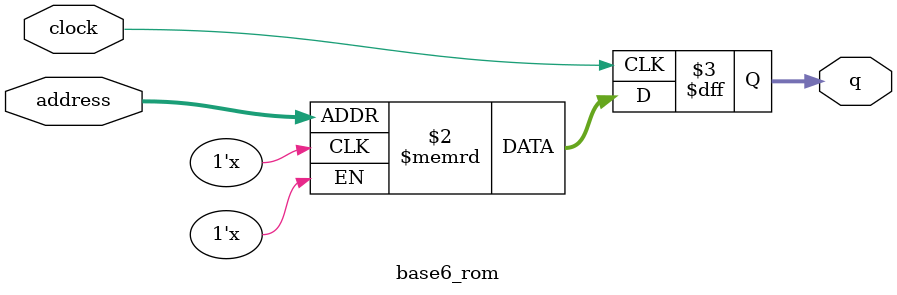
<source format=sv>
module base6_rom (
	input logic clock,
	input logic [9:0] address,
	output logic [7:0] q
);

logic [7:0] memory [0:1023] /* synthesis ram_init_file = "./base6/base6.mif" */;

always_ff @ (posedge clock) begin
	q <= memory[address];
end

endmodule

</source>
